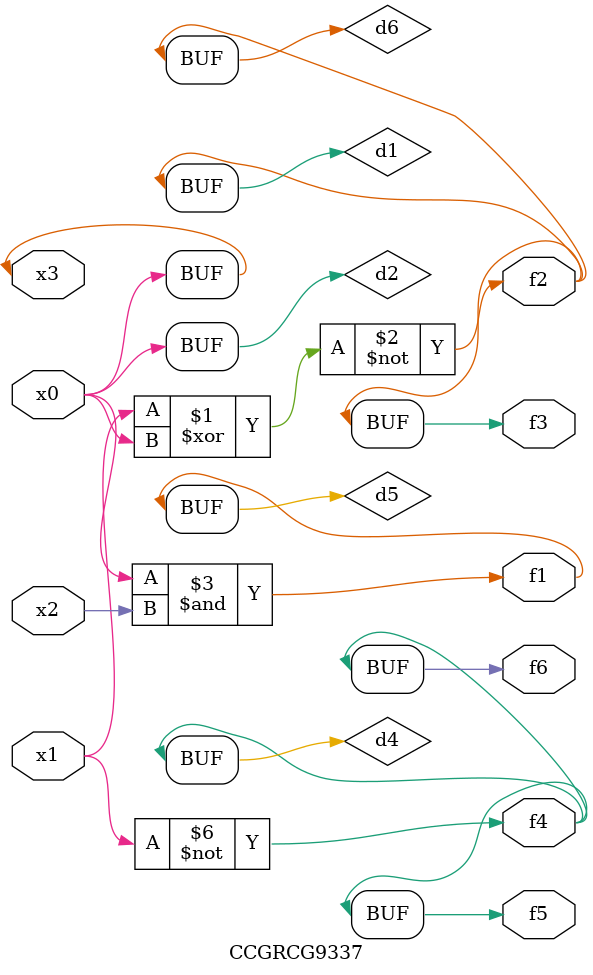
<source format=v>
module CCGRCG9337(
	input x0, x1, x2, x3,
	output f1, f2, f3, f4, f5, f6
);

	wire d1, d2, d3, d4, d5, d6;

	xnor (d1, x1, x3);
	buf (d2, x0, x3);
	nand (d3, x0, x2);
	not (d4, x1);
	nand (d5, d3);
	or (d6, d1);
	assign f1 = d5;
	assign f2 = d6;
	assign f3 = d6;
	assign f4 = d4;
	assign f5 = d4;
	assign f6 = d4;
endmodule

</source>
